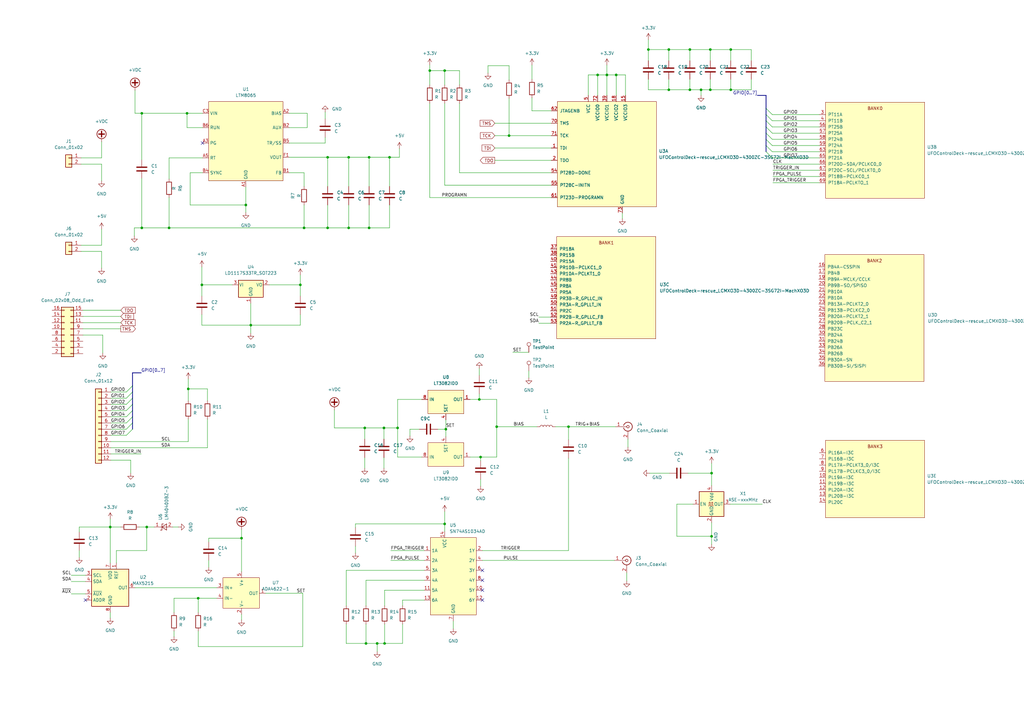
<source format=kicad_sch>
(kicad_sch (version 20211123) (generator eeschema)
  (paper "A3")
  (junction (at 151.384 64.516))
  (junction (at 291.846 194.056))
  (junction (at 124.714 93.472))
  (junction (at 134.366 64.516))
  (junction (at 299.72 36.83))
  (junction (at 176.276 28.956))
  (junction (at 100.838 84.074))
  (junction (at 159.766 64.516))
  (junction (at 157.48 175.514))
  (junction (at 69.342 93.472))
  (junction (at 102.87 133.35))
  (junction (at 248.92 30.734))
  (junction (at 274.32 20.32))
  (junction (at 77.216 159.512))
  (junction (at 182.88 176.022))
  (junction (at 182.372 214.884))
  (junction (at 197.104 187.452))
  (junction (at 291.338 20.32))
  (junction (at 265.938 20.32))
  (junction (at 58.166 46.482))
  (junction (at 287.528 36.83))
  (junction (at 291.338 36.83))
  (junction (at 196.596 163.83))
  (junction (at 154.686 263.906))
  (junction (at 60.198 216.154))
  (junction (at 45.212 216.154))
  (junction (at 299.72 20.32))
  (junction (at 208.788 55.626))
  (junction (at 233.172 175.006))
  (junction (at 58.166 93.472))
  (junction (at 81.28 245.364))
  (junction (at 182.372 28.956))
  (junction (at 82.804 116.84))
  (junction (at 274.32 36.83))
  (junction (at 143.002 64.516))
  (junction (at 123.19 116.84))
  (junction (at 282.956 36.83))
  (junction (at 150.114 263.906))
  (junction (at 99.06 220.726))
  (junction (at 163.068 175.514))
  (junction (at 157.734 263.906))
  (junction (at 143.002 93.472))
  (junction (at 291.846 219.964))
  (junction (at 134.366 93.472))
  (junction (at 151.384 93.472))
  (junction (at 282.956 20.32))
  (junction (at 76.708 46.482))
  (junction (at 252.73 30.734))
  (junction (at 149.606 175.514))
  (junction (at 245.11 30.734))
  (junction (at 203.708 175.006))
  (no_connect (at 197.866 233.934))
  (no_connect (at 197.866 246.126))
  (no_connect (at 197.866 242.062))
  (no_connect (at 197.866 237.998))
  (no_connect (at 83.058 58.674))
  (no_connect (at 35.052 246.126))
  (bus_entry (at 54.356 158.242) (size -2.54 2.54))
  (bus_entry (at 54.356 168.402) (size -2.54 2.54))
  (bus_entry (at 314.198 46.99) (size 2.54 2.54))
  (bus_entry (at 314.198 59.69) (size 2.54 2.54))
  (bus_entry (at 314.198 52.07) (size 2.54 2.54))
  (bus_entry (at 314.198 62.23) (size 2.54 2.54))
  (bus_entry (at 54.356 160.782) (size -2.54 2.54))
  (bus_entry (at 54.356 165.862) (size -2.54 2.54))
  (bus_entry (at 54.356 170.942) (size -2.54 2.54))
  (bus_entry (at 314.198 44.45) (size 2.54 2.54))
  (bus_entry (at 314.198 49.53) (size 2.54 2.54))
  (bus_entry (at 54.356 163.322) (size -2.54 2.54))
  (bus_entry (at 54.356 173.482) (size -2.54 2.54))
  (bus_entry (at 314.198 54.61) (size 2.54 2.54))
  (bus_entry (at 314.198 57.15) (size 2.54 2.54))
  (bus_entry (at 54.356 176.022) (size -2.54 2.54))
  (wire (pts (xy 299.466 206.756) (xy 312.674 206.756)))
  (wire (pts (xy 151.384 64.516) (xy 151.384 76.454)))
  (bus (pts (xy 54.356 165.862) (xy 54.356 163.322)))
  (wire (pts (xy 34.036 127.254) (xy 49.53 127.254)))
  (wire (pts (xy 197.104 199.39) (xy 197.104 196.596)))
  (wire (pts (xy 145.796 216.408) (xy 145.796 214.884)))
  (wire (pts (xy 218.186 40.132) (xy 218.186 45.466)))
  (wire (pts (xy 220.98 130.048) (xy 225.806 130.048)))
  (wire (pts (xy 282.194 194.056) (xy 291.846 194.056)))
  (wire (pts (xy 192.786 163.83) (xy 196.596 163.83)))
  (wire (pts (xy 216.916 154.94) (xy 216.916 152.146)))
  (wire (pts (xy 134.366 84.074) (xy 134.366 93.472)))
  (wire (pts (xy 196.596 151.13) (xy 196.596 153.924)))
  (wire (pts (xy 77.978 70.866) (xy 77.978 84.074)))
  (wire (pts (xy 60.198 216.154) (xy 60.198 225.806)))
  (wire (pts (xy 118.618 58.674) (xy 133.35 58.674)))
  (bus (pts (xy 314.198 52.07) (xy 314.198 49.53)))
  (wire (pts (xy 257.048 234.95) (xy 257.048 238.252)))
  (wire (pts (xy 41.656 103.124) (xy 41.656 109.982)))
  (wire (pts (xy 102.87 133.35) (xy 123.19 133.35)))
  (wire (pts (xy 100.838 84.074) (xy 100.838 87.122)))
  (wire (pts (xy 316.738 54.61) (xy 336.042 54.61)))
  (wire (pts (xy 143.002 64.516) (xy 134.366 64.516)))
  (wire (pts (xy 149.606 180.086) (xy 149.606 175.514)))
  (wire (pts (xy 85.598 232.664) (xy 85.598 229.87)))
  (wire (pts (xy 124.714 70.866) (xy 124.714 76.454)))
  (wire (pts (xy 141.986 263.906) (xy 150.114 263.906)))
  (wire (pts (xy 163.83 64.516) (xy 163.83 60.96)))
  (wire (pts (xy 55.372 46.482) (xy 58.166 46.482)))
  (wire (pts (xy 173.99 242.062) (xy 157.734 242.062)))
  (wire (pts (xy 123.19 116.84) (xy 110.49 116.84)))
  (wire (pts (xy 163.068 187.452) (xy 163.068 175.514)))
  (wire (pts (xy 99.06 217.17) (xy 99.06 220.726)))
  (wire (pts (xy 45.212 251.206) (xy 45.212 253.492)))
  (wire (pts (xy 151.384 64.516) (xy 143.002 64.516)))
  (wire (pts (xy 149.606 192.024) (xy 149.606 187.706)))
  (wire (pts (xy 182.372 75.946) (xy 226.06 75.946)))
  (wire (pts (xy 82.804 133.35) (xy 102.87 133.35)))
  (wire (pts (xy 257.556 180.086) (xy 257.556 183.388)))
  (bus (pts (xy 54.356 160.782) (xy 54.356 158.242)))
  (wire (pts (xy 45.466 176.022) (xy 51.816 176.022)))
  (wire (pts (xy 316.992 67.31) (xy 336.042 67.31)))
  (wire (pts (xy 255.27 87.376) (xy 255.27 89.662)))
  (bus (pts (xy 54.356 176.022) (xy 54.356 173.482)))
  (wire (pts (xy 299.72 36.83) (xy 308.102 36.83)))
  (wire (pts (xy 245.11 30.734) (xy 248.92 30.734)))
  (wire (pts (xy 133.35 58.674) (xy 133.35 56.388)))
  (wire (pts (xy 32.512 228.6) (xy 32.512 225.806)))
  (wire (pts (xy 176.276 34.798) (xy 176.276 28.956)))
  (wire (pts (xy 203.708 175.006) (xy 220.218 175.006)))
  (wire (pts (xy 203.708 163.83) (xy 203.708 175.006)))
  (wire (pts (xy 55.372 46.482) (xy 55.372 37.084)))
  (wire (pts (xy 185.928 254.762) (xy 185.928 257.81)))
  (wire (pts (xy 256.54 39.116) (xy 256.54 30.734)))
  (wire (pts (xy 291.846 194.056) (xy 291.846 199.136)))
  (wire (pts (xy 197.104 187.452) (xy 203.708 187.452)))
  (wire (pts (xy 252.73 30.734) (xy 248.92 30.734)))
  (wire (pts (xy 265.938 36.83) (xy 265.938 32.512)))
  (wire (pts (xy 77.216 181.102) (xy 77.216 171.958)))
  (wire (pts (xy 41.656 103.124) (xy 33.274 103.124)))
  (wire (pts (xy 210.312 144.526) (xy 216.916 144.526)))
  (wire (pts (xy 316.992 74.93) (xy 336.042 74.93)))
  (wire (pts (xy 265.938 20.32) (xy 265.938 16.256)))
  (wire (pts (xy 45.466 163.322) (xy 51.816 163.322)))
  (wire (pts (xy 83.058 64.77) (xy 69.342 64.77)))
  (wire (pts (xy 245.11 30.734) (xy 245.11 39.116)))
  (wire (pts (xy 55.372 241.046) (xy 88.9 241.046)))
  (wire (pts (xy 29.21 238.506) (xy 35.052 238.506)))
  (wire (pts (xy 265.938 24.892) (xy 265.938 20.32)))
  (wire (pts (xy 145.796 226.822) (xy 145.796 224.028)))
  (wire (pts (xy 45.466 160.782) (xy 51.816 160.782)))
  (wire (pts (xy 76.708 52.324) (xy 76.708 46.482)))
  (wire (pts (xy 241.3 30.734) (xy 245.11 30.734)))
  (wire (pts (xy 265.938 36.83) (xy 274.32 36.83)))
  (wire (pts (xy 77.216 159.512) (xy 85.09 159.512)))
  (wire (pts (xy 82.804 109.474) (xy 82.804 116.84)))
  (wire (pts (xy 173.99 246.126) (xy 165.1 246.126)))
  (bus (pts (xy 314.198 44.45) (xy 314.198 39.116)))
  (wire (pts (xy 163.068 175.514) (xy 163.068 163.83)))
  (wire (pts (xy 165.1 263.906) (xy 165.1 256.032)))
  (bus (pts (xy 57.912 152.908) (xy 54.356 152.908)))
  (wire (pts (xy 58.166 93.472) (xy 69.342 93.472)))
  (wire (pts (xy 102.87 124.46) (xy 102.87 133.35)))
  (wire (pts (xy 220.98 132.588) (xy 225.806 132.588)))
  (wire (pts (xy 226.06 70.866) (xy 188.468 70.866)))
  (wire (pts (xy 188.468 42.418) (xy 188.468 70.866)))
  (bus (pts (xy 314.198 49.53) (xy 314.198 46.99)))
  (wire (pts (xy 202.946 60.706) (xy 226.06 60.706)))
  (wire (pts (xy 277.622 219.964) (xy 277.622 206.756)))
  (wire (pts (xy 208.788 40.386) (xy 208.788 55.626)))
  (wire (pts (xy 83.058 52.324) (xy 76.708 52.324)))
  (wire (pts (xy 316.992 69.85) (xy 336.042 69.85)))
  (wire (pts (xy 287.528 36.83) (xy 291.338 36.83)))
  (wire (pts (xy 45.466 181.102) (xy 77.216 181.102)))
  (wire (pts (xy 45.466 188.722) (xy 53.594 188.722)))
  (wire (pts (xy 202.946 50.546) (xy 226.06 50.546)))
  (wire (pts (xy 197.104 188.976) (xy 197.104 187.452)))
  (wire (pts (xy 123.19 133.35) (xy 123.19 129.032)))
  (wire (pts (xy 71.374 245.364) (xy 81.28 245.364)))
  (wire (pts (xy 125.984 46.482) (xy 118.618 46.482)))
  (wire (pts (xy 176.276 28.956) (xy 176.276 26.67)))
  (wire (pts (xy 282.956 20.32) (xy 291.338 20.32)))
  (wire (pts (xy 233.172 175.006) (xy 252.476 175.006)))
  (wire (pts (xy 29.21 243.586) (xy 35.052 243.586)))
  (wire (pts (xy 291.846 219.964) (xy 277.622 219.964)))
  (wire (pts (xy 33.274 100.584) (xy 41.656 100.584)))
  (wire (pts (xy 45.466 178.562) (xy 51.816 178.562)))
  (wire (pts (xy 252.73 30.734) (xy 252.73 39.116)))
  (wire (pts (xy 287.528 36.83) (xy 287.528 39.116)))
  (wire (pts (xy 141.986 256.032) (xy 141.986 263.906)))
  (wire (pts (xy 274.32 20.32) (xy 282.956 20.32)))
  (bus (pts (xy 54.356 163.322) (xy 54.356 160.782)))
  (wire (pts (xy 163.068 175.514) (xy 157.48 175.514)))
  (wire (pts (xy 233.172 175.006) (xy 233.172 180.34)))
  (wire (pts (xy 55.118 93.472) (xy 58.166 93.472)))
  (wire (pts (xy 85.09 171.958) (xy 85.09 183.642)))
  (wire (pts (xy 299.72 36.83) (xy 299.72 32.512)))
  (wire (pts (xy 83.058 70.866) (xy 77.978 70.866)))
  (wire (pts (xy 77.216 155.448) (xy 77.216 159.512)))
  (wire (pts (xy 241.3 39.116) (xy 241.3 30.734)))
  (wire (pts (xy 188.468 34.798) (xy 188.468 28.956)))
  (wire (pts (xy 70.866 216.154) (xy 73.152 216.154)))
  (wire (pts (xy 248.92 30.734) (xy 248.92 39.116)))
  (wire (pts (xy 159.766 93.472) (xy 159.766 84.074)))
  (wire (pts (xy 45.212 216.154) (xy 49.53 216.154)))
  (wire (pts (xy 85.598 220.726) (xy 99.06 220.726)))
  (wire (pts (xy 172.974 187.452) (xy 163.068 187.452)))
  (wire (pts (xy 137.16 168.148) (xy 137.16 175.514)))
  (wire (pts (xy 133.35 45.974) (xy 133.35 48.768)))
  (wire (pts (xy 316.738 46.99) (xy 336.042 46.99)))
  (wire (pts (xy 274.32 36.83) (xy 274.32 32.512)))
  (wire (pts (xy 82.804 116.84) (xy 82.804 121.412)))
  (wire (pts (xy 143.002 84.074) (xy 143.002 93.472)))
  (bus (pts (xy 314.198 62.23) (xy 314.198 59.69)))
  (wire (pts (xy 34.036 137.414) (xy 42.164 137.414)))
  (wire (pts (xy 163.068 163.83) (xy 172.974 163.83)))
  (wire (pts (xy 291.846 214.376) (xy 291.846 219.964)))
  (wire (pts (xy 157.734 242.062) (xy 157.734 248.412)))
  (wire (pts (xy 45.466 173.482) (xy 51.816 173.482)))
  (wire (pts (xy 58.166 46.482) (xy 58.166 65.532)))
  (wire (pts (xy 316.738 57.15) (xy 336.042 57.15)))
  (wire (pts (xy 165.1 246.126) (xy 165.1 248.412)))
  (wire (pts (xy 34.036 134.874) (xy 49.53 134.874)))
  (wire (pts (xy 145.796 214.884) (xy 182.372 214.884)))
  (wire (pts (xy 41.656 58.166) (xy 41.656 64.77)))
  (wire (pts (xy 233.172 225.806) (xy 233.172 187.96)))
  (wire (pts (xy 123.19 121.412) (xy 123.19 116.84)))
  (wire (pts (xy 256.54 30.734) (xy 252.73 30.734)))
  (wire (pts (xy 299.72 20.32) (xy 308.102 20.32)))
  (wire (pts (xy 71.374 258.826) (xy 71.374 261.112)))
  (wire (pts (xy 208.788 26.924) (xy 200.152 26.924)))
  (wire (pts (xy 282.956 24.892) (xy 282.956 20.32)))
  (wire (pts (xy 168.148 176.022) (xy 171.958 176.022)))
  (wire (pts (xy 124.714 84.074) (xy 124.714 93.472)))
  (wire (pts (xy 291.338 36.83) (xy 291.338 32.512)))
  (wire (pts (xy 291.338 20.32) (xy 299.72 20.32)))
  (bus (pts (xy 310.642 39.116) (xy 314.198 39.116)))
  (wire (pts (xy 34.036 129.794) (xy 49.53 129.794)))
  (wire (pts (xy 188.468 28.956) (xy 182.372 28.956)))
  (wire (pts (xy 154.686 263.906) (xy 157.734 263.906)))
  (wire (pts (xy 124.206 265.176) (xy 81.28 265.176)))
  (wire (pts (xy 124.206 243.332) (xy 124.206 265.176)))
  (wire (pts (xy 274.32 36.83) (xy 282.956 36.83)))
  (wire (pts (xy 55.118 96.774) (xy 55.118 93.472)))
  (wire (pts (xy 85.09 159.512) (xy 85.09 164.338)))
  (wire (pts (xy 157.734 263.906) (xy 165.1 263.906)))
  (wire (pts (xy 95.25 116.84) (xy 82.804 116.84)))
  (wire (pts (xy 125.984 52.324) (xy 125.984 46.482)))
  (wire (pts (xy 77.978 84.074) (xy 100.838 84.074)))
  (wire (pts (xy 291.338 24.892) (xy 291.338 20.32)))
  (wire (pts (xy 99.06 251.968) (xy 99.06 254.254)))
  (wire (pts (xy 58.166 46.482) (xy 76.708 46.482)))
  (wire (pts (xy 108.966 243.332) (xy 124.206 243.332)))
  (wire (pts (xy 316.992 72.39) (xy 336.042 72.39)))
  (bus (pts (xy 314.198 54.61) (xy 314.198 52.07)))
  (wire (pts (xy 34.036 132.334) (xy 49.53 132.334)))
  (wire (pts (xy 150.114 248.412) (xy 150.114 237.998)))
  (wire (pts (xy 308.102 24.892) (xy 308.102 20.32)))
  (wire (pts (xy 159.766 76.454) (xy 159.766 64.516)))
  (wire (pts (xy 168.148 178.816) (xy 168.148 176.022)))
  (wire (pts (xy 176.276 81.026) (xy 176.276 42.418)))
  (bus (pts (xy 314.198 59.69) (xy 314.198 57.15)))
  (wire (pts (xy 208.788 32.766) (xy 208.788 26.924)))
  (wire (pts (xy 33.274 64.77) (xy 41.656 64.77)))
  (wire (pts (xy 159.766 64.516) (xy 151.384 64.516)))
  (wire (pts (xy 60.198 216.154) (xy 63.246 216.154)))
  (wire (pts (xy 58.166 73.152) (xy 58.166 93.472)))
  (wire (pts (xy 47.752 225.806) (xy 60.198 225.806)))
  (wire (pts (xy 202.946 65.786) (xy 226.06 65.786)))
  (wire (pts (xy 182.372 42.418) (xy 182.372 75.946)))
  (wire (pts (xy 151.384 84.074) (xy 151.384 93.472)))
  (wire (pts (xy 57.15 216.154) (xy 60.198 216.154)))
  (wire (pts (xy 291.338 36.83) (xy 299.72 36.83)))
  (wire (pts (xy 227.838 175.006) (xy 233.172 175.006)))
  (wire (pts (xy 274.32 24.892) (xy 274.32 20.32)))
  (wire (pts (xy 134.366 64.516) (xy 134.366 76.454)))
  (wire (pts (xy 182.88 176.022) (xy 182.88 179.07)))
  (wire (pts (xy 150.114 256.032) (xy 150.114 263.906)))
  (wire (pts (xy 45.466 168.402) (xy 51.816 168.402)))
  (wire (pts (xy 282.956 36.83) (xy 287.528 36.83)))
  (wire (pts (xy 308.102 36.83) (xy 308.102 32.512)))
  (wire (pts (xy 157.48 192.024) (xy 157.48 187.706)))
  (wire (pts (xy 282.956 36.83) (xy 282.956 32.512)))
  (wire (pts (xy 154.686 263.906) (xy 154.686 267.208)))
  (wire (pts (xy 42.164 137.414) (xy 42.164 144.78)))
  (wire (pts (xy 203.708 175.006) (xy 203.708 187.452)))
  (wire (pts (xy 200.152 26.924) (xy 200.152 29.972)))
  (wire (pts (xy 41.656 93.98) (xy 41.656 100.584)))
  (wire (pts (xy 284.226 206.756) (xy 277.622 206.756)))
  (wire (pts (xy 69.342 81.026) (xy 69.342 93.472)))
  (wire (pts (xy 291.846 189.992) (xy 291.846 194.056)))
  (wire (pts (xy 85.598 222.25) (xy 85.598 220.726)))
  (wire (pts (xy 316.738 49.53) (xy 336.042 49.53)))
  (wire (pts (xy 266.446 194.056) (xy 274.574 194.056)))
  (wire (pts (xy 69.342 64.77) (xy 69.342 73.406)))
  (wire (pts (xy 248.92 30.734) (xy 248.92 26.67)))
  (wire (pts (xy 151.384 93.472) (xy 159.766 93.472)))
  (wire (pts (xy 99.06 220.726) (xy 99.06 234.442)))
  (wire (pts (xy 182.372 209.804) (xy 182.372 214.884)))
  (bus (pts (xy 54.356 158.242) (xy 54.356 152.908)))
  (wire (pts (xy 141.986 233.934) (xy 141.986 248.412)))
  (wire (pts (xy 160.274 225.806) (xy 173.99 225.806)))
  (wire (pts (xy 81.28 251.206) (xy 81.28 245.364)))
  (wire (pts (xy 197.866 229.87) (xy 251.968 229.87)))
  (wire (pts (xy 182.88 172.212) (xy 182.88 176.022)))
  (wire (pts (xy 196.596 163.83) (xy 203.708 163.83)))
  (wire (pts (xy 100.838 84.074) (xy 100.838 76.708)))
  (wire (pts (xy 157.48 180.086) (xy 157.48 175.514)))
  (wire (pts (xy 134.366 93.472) (xy 143.002 93.472)))
  (wire (pts (xy 102.87 136.652) (xy 102.87 133.35)))
  (bus (pts (xy 314.198 46.99) (xy 314.198 44.45)))
  (wire (pts (xy 71.374 251.206) (xy 71.374 245.364)))
  (bus (pts (xy 314.198 57.15) (xy 314.198 54.61)))
  (wire (pts (xy 123.19 112.776) (xy 123.19 116.84)))
  (wire (pts (xy 176.276 28.956) (xy 182.372 28.956)))
  (wire (pts (xy 150.114 263.906) (xy 154.686 263.906)))
  (wire (pts (xy 143.002 64.516) (xy 143.002 76.454)))
  (wire (pts (xy 179.578 176.022) (xy 182.88 176.022)))
  (wire (pts (xy 124.714 93.472) (xy 134.366 93.472)))
  (wire (pts (xy 45.212 216.154) (xy 45.212 230.886)))
  (wire (pts (xy 182.372 214.884) (xy 182.372 217.932)))
  (wire (pts (xy 218.186 45.466) (xy 226.06 45.466)))
  (wire (pts (xy 69.342 93.472) (xy 124.714 93.472)))
  (wire (pts (xy 316.738 52.07) (xy 336.042 52.07)))
  (wire (pts (xy 47.752 230.886) (xy 47.752 225.806)))
  (wire (pts (xy 226.06 81.026) (xy 176.276 81.026)))
  (bus (pts (xy 54.356 168.402) (xy 54.356 165.862)))
  (wire (pts (xy 77.216 159.512) (xy 77.216 164.338)))
  (wire (pts (xy 41.656 67.31) (xy 33.274 67.31)))
  (wire (pts (xy 82.804 129.032) (xy 82.804 133.35)))
  (wire (pts (xy 149.606 175.514) (xy 137.16 175.514)))
  (wire (pts (xy 143.002 93.472) (xy 151.384 93.472)))
  (wire (pts (xy 29.21 235.966) (xy 35.052 235.966)))
  (wire (pts (xy 182.372 28.956) (xy 182.372 34.798)))
  (wire (pts (xy 45.212 212.852) (xy 45.212 216.154)))
  (wire (pts (xy 197.866 225.806) (xy 233.172 225.806)))
  (wire (pts (xy 299.72 24.892) (xy 299.72 20.32)))
  (wire (pts (xy 76.708 46.482) (xy 83.058 46.482)))
  (wire (pts (xy 192.786 187.452) (xy 197.104 187.452)))
  (wire (pts (xy 160.274 229.87) (xy 173.99 229.87)))
  (wire (pts (xy 45.466 186.182) (xy 57.912 186.182)))
  (wire (pts (xy 118.618 64.516) (xy 134.366 64.516)))
  (wire (pts (xy 316.738 59.69) (xy 336.042 59.69)))
  (wire (pts (xy 45.466 170.942) (xy 51.816 170.942)))
  (wire (pts (xy 208.788 55.626) (xy 226.06 55.626)))
  (wire (pts (xy 159.766 64.516) (xy 163.83 64.516)))
  (wire (pts (xy 316.738 64.77) (xy 336.042 64.77)))
  (wire (pts (xy 32.512 218.186) (xy 32.512 216.154)))
  (wire (pts (xy 41.656 67.31) (xy 41.656 74.168)))
  (wire (pts (xy 291.846 219.964) (xy 291.846 223.266)))
  (wire (pts (xy 81.28 245.364) (xy 88.9 245.364)))
  (wire (pts (xy 45.466 183.642) (xy 85.09 183.642)))
  (wire (pts (xy 157.734 256.032) (xy 157.734 263.906)))
  (wire (pts (xy 81.28 265.176) (xy 81.28 258.826)))
  (wire (pts (xy 157.48 175.514) (xy 149.606 175.514)))
  (wire (pts (xy 118.618 70.866) (xy 124.714 70.866)))
  (wire (pts (xy 150.114 237.998) (xy 173.99 237.998)))
  (wire (pts (xy 53.594 188.722) (xy 53.594 194.056)))
  (wire (pts (xy 218.186 26.67) (xy 218.186 32.512)))
  (wire (pts (xy 118.618 52.324) (xy 125.984 52.324)))
  (wire (pts (xy 265.938 20.32) (xy 274.32 20.32)))
  (wire (pts (xy 316.738 62.23) (xy 336.042 62.23)))
  (wire (pts (xy 45.466 165.862) (xy 51.816 165.862)))
  (bus (pts (xy 54.356 170.942) (xy 54.356 168.402)))
  (wire (pts (xy 32.512 216.154) (xy 45.212 216.154)))
  (bus (pts (xy 54.356 173.482) (xy 54.356 170.942)))
  (wire (pts (xy 173.99 233.934) (xy 141.986 233.934)))
  (wire (pts (xy 202.946 55.626) (xy 208.788 55.626)))
  (wire (pts (xy 196.596 163.83) (xy 196.596 161.544)))
  (label "GPIO7" (at 51.308 178.562 180))
  (label "CLK" (at 312.674 206.756 0))
  (label "GPIO3" (at 51.308 168.402 180))
  (label "SET" (at 121.666 243.332 0))
  (label "TRIG+BIAS" (at 235.966 175.006 0))
  (label "GPIO1" (at 51.308 163.322 180))
  (label "SDA" (at 69.85 183.642 180))
  (label "SDA" (at 220.98 132.588 180))
  (label "PULSE" (at 212.598 229.87 180))
  (label "BIAS" (at 210.566 175.006 0))
  (label "TRIGGER_IN" (at 316.992 69.85 0))
  (label "SET" (at 182.88 175.514 0))
  (label "GPIO5" (at 327.152 59.69 180))
  (label "FPGA_TRIGGER" (at 316.992 74.93 0))
  (label "TRIGGER" (at 213.36 225.806 180))
  (label "PROGRAMN" (at 181.102 81.026 0))
  (label "SCL" (at 69.85 181.102 180))
  (label "GPIO7" (at 327.152 64.77 180))
  (label "GPIO2" (at 327.152 52.07 180))
  (label "GPIO0" (at 51.308 160.782 180))
  (label "GPIO6" (at 51.308 176.022 180))
  (label "GPIO5" (at 51.308 173.482 180))
  (label "GPIO0" (at 327.152 46.99 180))
  (label "GPIO[0..7]" (at 57.912 152.908 0))
  (label "SCL" (at 29.21 235.966 180))
  (label "GPIO[0..7]" (at 310.642 39.116 180))
  (label "GPIO4" (at 327.152 57.15 180))
  (label "FPGA_PULSE" (at 316.992 72.39 0))
  (label "~{AUX}" (at 29.21 243.586 180))
  (label "SCL" (at 220.98 130.048 180))
  (label "CLK" (at 316.992 67.31 0))
  (label "SET" (at 210.312 144.526 0))
  (label "FPGA_PULSE" (at 160.274 229.87 0))
  (label "GPIO1" (at 327.152 49.53 180))
  (label "TRIGGER_IN" (at 57.912 186.182 180))
  (label "GPIO2" (at 51.308 165.862 180))
  (label "GPIO3" (at 327.152 54.61 180))
  (label "GPIO6" (at 327.152 62.23 180))
  (label "FPGA_TRIGGER" (at 160.274 225.806 0))
  (label "SDA" (at 29.21 238.506 180))
  (label "GPIO4" (at 51.308 170.942 180))
  (global_label "TCK" (shape input) (at 202.946 55.626 180) (property "Intersheet References" "${INTERSHEET_REFS}" (effects hide)))
  (global_label "TDO" (shape input) (at 49.53 127.254 0) (property "Intersheet References" "${INTERSHEET_REFS}" (effects hide)))
  (global_label "TMS" (shape output) (at 49.53 134.874 0) (property "Intersheet References" "${INTERSHEET_REFS}" (effects hide)))
  (global_label "TMS" (shape input) (at 202.946 50.546 180) (property "Intersheet References" "${INTERSHEET_REFS}" (effects hide)))
  (global_label "TDI" (shape input) (at 49.53 129.794 0) (property "Intersheet References" "${INTERSHEET_REFS}" (effects hide)))
  (global_label "TDI" (shape input) (at 202.946 60.706 180) (property "Intersheet References" "${INTERSHEET_REFS}" (effects hide)))
  (global_label "TCK" (shape input) (at 49.53 132.334 0) (property "Intersheet References" "${INTERSHEET_REFS}" (effects hide)))
  (global_label "TDO" (shape output) (at 202.946 65.786 180) (property "Intersheet References" "${INTERSHEET_REFS}" (effects hide)))
  (symbol (lib_id "Sussex:SN74AS1034AD") (at 185.928 245.364 0) (unit 1)
    (property "Reference" "U5" (at 184.3914 215.392 0) (effects (justify left)))
    (property "Value" "SN74AS1034AD" (at 184.3914 217.932 0) (effects (justify left)))
    (property "Footprint" "Package_SO:SOIC-14_3.9x8.7mm_P1.27mm" (effects hide))
    (property "Datasheet" "https://www.ti.com/lit/ds/symlink/sn74as1034a.pdf?HQS=dis-dk-null-digikeymode-dsf-pf-null-wwe&ts=1663259617134&ref_url=https%253A%252F%252Fwww.ti.com%252Fgeneral%252Fdocs%252Fsuppproductinfo.tsp%253FdistId%253D10%2526gotoUrl%253Dhttps%253A%252F%252Fwww.ti.com%252Flit%252Fgpn%252Fsn74as1034a" (effects hide))
  )
  (symbol (lib_id "power:GND") (at 291.846 223.266 0) (unit 1)
    (property "Reference" "#PWR041" (effects hide))
    (property "Value" "GND" (at 293.624 222.25 90) (effects (justify left)))
  )
  (symbol (lib_id "power:+3.3V") (at 265.938 16.256 0) (unit 1)
    (property "Reference" "#PWR037" (effects hide))
    (property "Value" "+3.3V" (at 265.938 11.43 0))
  )
  (symbol (lib_id "power:GND") (at 196.596 151.13 180) (unit 1)
    (property "Reference" "#PWR029" (effects hide))
    (property "Value" "GND" (at 196.596 146.05 0))
  )
  (symbol (lib_id "Device:L") (at 224.028 175.006 90) (unit 1)
    (property "Reference" "L1" (at 224.028 168.656 90))
    (property "Value" "L" (at 224.028 171.196 90))
    (property "Footprint" "Inductor_SMD:L_Taiyo-Yuden_NR-40xx_HandSoldering" (effects hide))
  )
  (symbol (lib_id "power:+5V") (at 182.372 209.804 0) (unit 1)
    (property "Reference" "#PWR016" (effects hide))
    (property "Value" "+5V" (at 182.372 204.47 0))
  )
  (symbol (lib_id "power:+3.3V") (at 248.92 26.67 0) (unit 1)
    (property "Reference" "#PWR04" (effects hide))
    (property "Value" "+3.3V" (at 248.92 21.844 0))
  )
  (symbol (lib_id "power:+3.3V") (at 218.186 26.67 0) (unit 1)
    (property "Reference" "#PWR03" (effects hide))
    (property "Value" "+3.3V" (at 218.186 21.844 0))
  )
  (symbol (lib_id "Device:R") (at 208.788 36.576 0) (unit 1)
    (property "Reference" "R4" (at 210.82 35.3059 0) (effects (justify left)))
    (property "Value" "R" (at 210.82 37.8459 0) (effects (justify left)))
    (property "Footprint" "Resistor_SMD:R_0603_1608Metric_Pad0.98x0.95mm_HandSolder" (effects hide))
  )
  (symbol (lib_id "Device:R") (at 124.714 80.264 180) (unit 1)
    (property "Reference" "R7" (at 120.142 80.264 90))
    (property "Value" "R" (at 122.682 80.264 90))
    (property "Footprint" "Resistor_SMD:R_0603_1608Metric_Pad0.98x0.95mm_HandSolder" (effects hide))
  )
  (symbol (lib_id "Device:C") (at 58.166 69.342 0) (unit 1)
    (property "Reference" "C1" (at 61.976 68.0719 0) (effects (justify left)))
    (property "Value" "C" (at 61.976 70.6119 0) (effects (justify left)))
    (property "Footprint" "Capacitor_SMD:C_0603_1608Metric_Pad1.08x0.95mm_HandSolder" (effects hide))
  )
  (symbol (lib_id "power:GND") (at 73.152 216.154 90) (unit 1)
    (property "Reference" "#PWR023" (effects hide))
    (property "Value" "GND" (at 78.232 216.154 0))
  )
  (symbol (lib_id "Device:C") (at 196.596 157.734 0) (unit 1)
    (property "Reference" "C11" (at 200.406 156.4639 0) (effects (justify left)))
    (property "Value" "C" (at 200.406 159.0039 0) (effects (justify left)))
    (property "Footprint" "Capacitor_SMD:C_0603_1608Metric_Pad1.08x0.95mm_HandSolder" (effects hide))
  )
  (symbol (lib_id "power:+VDC") (at 137.16 168.148 0) (unit 1)
    (property "Reference" "#PWR026" (effects hide))
    (property "Value" "+VDC" (at 137.16 159.766 0))
  )
  (symbol (lib_id "Device:C") (at 175.768 176.022 90) (unit 1)
    (property "Reference" "C9" (at 173.736 171.704 90))
    (property "Value" "C" (at 175.768 171.704 90))
    (property "Footprint" "Capacitor_SMD:C_0603_1608Metric_Pad1.08x0.95mm_HandSolder" (effects hide))
  )
  (symbol (lib_id "Device:C") (at 278.384 194.056 90) (unit 1)
    (property "Reference" "C24" (at 278.384 186.182 90))
    (property "Value" "C" (at 278.384 188.722 90))
    (property "Footprint" "Capacitor_SMD:C_0603_1608Metric_Pad1.08x0.95mm_HandSolder" (effects hide))
  )
  (symbol (lib_id "power:GND") (at 53.594 194.056 0) (unit 1)
    (property "Reference" "#PWR020" (effects hide))
    (property "Value" "GND" (at 53.594 199.136 0))
  )
  (symbol (lib_id "power:GND") (at 99.06 254.254 0) (unit 1)
    (property "Reference" "#PWR025" (effects hide))
    (property "Value" "GND" (at 99.06 259.334 0))
  )
  (symbol (lib_id "Oscillator:ASE-xxxMHz") (at 291.846 206.756 0) (unit 1)
    (property "Reference" "X1" (at 304.8 202.4253 0))
    (property "Value" "ASE-xxxMHz" (at 304.8 204.9653 0))
    (property "Footprint" "Oscillator:Oscillator_SMD_Abracon_ASE-4Pin_3.2x2.5mm" (effects hide))
    (property "Datasheet" "http://www.abracon.com/Oscillators/ASV.pdf" (effects hide))
  )
  (symbol (lib_id "power:GND") (at 45.212 253.492 0) (unit 1)
    (property "Reference" "#PWR013" (effects hide))
    (property "Value" "GND" (at 45.212 258.572 0))
  )
  (symbol (lib_id "power:GND") (at 71.374 261.112 0) (unit 1)
    (property "Reference" "#PWR022" (effects hide))
    (property "Value" "GND" (at 71.374 266.192 0))
  )
  (symbol (lib_id "Device:R") (at 176.276 38.608 0) (unit 1)
    (property "Reference" "R1" (at 178.308 37.3379 0) (effects (justify left)))
    (property "Value" "R" (at 178.308 39.8779 0) (effects (justify left)))
    (property "Footprint" "Resistor_SMD:R_0603_1608Metric_Pad0.98x0.95mm_HandSolder" (effects hide))
  )
  (symbol (lib_id "Device:C") (at 151.384 80.264 0) (unit 1)
    (property "Reference" "C7" (at 155.194 78.9939 0) (effects (justify left)))
    (property "Value" "C" (at 155.194 81.5339 0) (effects (justify left)))
    (property "Footprint" "Capacitor_SMD:C_0603_1608Metric_Pad1.08x0.95mm_HandSolder" (effects hide))
  )
  (symbol (lib_id "power:+3.3V") (at 291.846 189.992 0) (unit 1)
    (property "Reference" "#PWR040" (effects hide))
    (property "Value" "+3.3V" (at 291.846 185.166 0))
  )
  (symbol (lib_id "Device:C") (at 82.804 125.222 0) (unit 1)
    (property "Reference" "C2" (at 86.614 123.9519 0) (effects (justify left)))
    (property "Value" "C" (at 86.614 126.4919 0) (effects (justify left)))
    (property "Footprint" "Capacitor_SMD:C_0603_1608Metric_Pad1.08x0.95mm_HandSolder" (effects hide))
  )
  (symbol (lib_id "power:GND") (at 257.048 238.252 0) (unit 1)
    (property "Reference" "#PWR0101" (effects hide))
    (property "Value" "GND" (at 257.048 243.332 0))
  )
  (symbol (lib_id "power:GND") (at 266.446 194.056 270) (unit 1)
    (property "Reference" "#PWR039" (effects hide))
    (property "Value" "GND" (at 267.462 195.834 90) (effects (justify left)))
  )
  (symbol (lib_id "Connector:Conn_Coaxial") (at 257.556 175.006 0) (unit 1)
    (property "Reference" "J4" (at 261.112 174.0291 0) (effects (justify left)))
    (property "Value" "Conn_Coaxial" (at 261.112 176.5691 0) (effects (justify left)))
    (property "Footprint" "Connector_Coaxial:SMA_Molex_73251-2120_EdgeMount_Horizontal" (effects hide))
    (property "Datasheet" " ~" (effects hide))
  )
  (symbol (lib_id "Device:R") (at 157.734 252.222 0) (unit 1)
    (property "Reference" "R14" (at 159.766 250.9519 0) (effects (justify left)))
    (property "Value" "R" (at 159.766 253.4919 0) (effects (justify left)))
    (property "Footprint" "Resistor_SMD:R_0603_1608Metric_Pad0.98x0.95mm_HandSolder" (effects hide))
  )
  (symbol (lib_id "power:GND") (at 149.606 192.024 0) (unit 1)
    (property "Reference" "#PWR035" (effects hide))
    (property "Value" "GND" (at 149.606 197.104 0))
  )
  (symbol (lib_id "power:GND") (at 133.35 45.974 180) (unit 1)
    (property "Reference" "#PWR021" (effects hide))
    (property "Value" "GND" (at 136.144 44.7039 0) (effects (justify right)))
  )
  (symbol (lib_id "power:GND") (at 42.164 144.78 0) (unit 1)
    (property "Reference" "#PWR0103" (effects hide))
    (property "Value" "GND" (at 42.164 150.114 0))
  )
  (symbol (lib_id "Device:C") (at 308.102 28.702 0) (unit 1)
    (property "Reference" "C23" (at 311.912 27.4319 0) (effects (justify left)))
    (property "Value" "C" (at 311.912 29.9719 0) (effects (justify left)))
    (property "Footprint" "Capacitor_SMD:C_0603_1608Metric_Pad1.08x0.95mm_HandSolder" (effects hide))
  )
  (symbol (lib_id "power:GND") (at 100.838 87.122 0) (unit 1)
    (property "Reference" "#PWR031" (effects hide))
    (property "Value" "GND" (at 100.838 92.456 0))
  )
  (symbol (lib_id "power:GND") (at 255.27 89.662 0) (unit 1)
    (property "Reference" "#PWR05" (effects hide))
    (property "Value" "GND" (at 255.27 94.742 0))
  )
  (symbol (lib_id "Connector_Generic:Conn_01x02") (at 28.194 64.77 0) (mirror y) (unit 1)
    (property "Reference" "J1" (at 28.194 57.912 0))
    (property "Value" "Conn_01x02" (at 28.194 60.452 0))
    (property "Footprint" "Connector_PinHeader_2.54mm:PinHeader_1x02_P2.54mm_Vertical" (effects hide))
  )
  (symbol (lib_id "power:+5V") (at 41.656 93.98 0) (unit 1)
    (property "Reference" "#PWR0104" (effects hide))
    (property "Value" "+5V" (at 41.656 88.646 0))
  )
  (symbol (lib_id "Device:C") (at 145.796 220.218 0) (unit 1)
    (property "Reference" "C15" (at 149.606 218.9479 0) (effects (justify left)))
    (property "Value" "C" (at 149.606 221.4879 0) (effects (justify left)))
    (property "Footprint" "Capacitor_SMD:C_0603_1608Metric_Pad1.08x0.95mm_HandSolder" (effects hide))
  )
  (symbol (lib_id "Device:C") (at 143.002 80.264 0) (unit 1)
    (property "Reference" "C6" (at 146.812 78.9939 0) (effects (justify left)))
    (property "Value" "C" (at 146.812 81.5339 0) (effects (justify left)))
    (property "Footprint" "Capacitor_SMD:C_0603_1608Metric_Pad1.08x0.95mm_HandSolder" (effects hide))
  )
  (symbol (lib_id "Device:R") (at 218.186 36.322 0) (unit 1)
    (property "Reference" "R5" (at 220.218 35.0519 0) (effects (justify left)))
    (property "Value" "R" (at 220.218 37.5919 0) (effects (justify left)))
    (property "Footprint" "Resistor_SMD:R_0603_1608Metric_Pad0.98x0.95mm_HandSolder" (effects hide))
  )
  (symbol (lib_id "UFOControlDeck-cache:UFOControlDeck-rescue_LCMXO3D-4300ZC-3SG72I-MachXO3D") (at 358.902 193.294 0) (unit 5)
    (property "Reference" "U3" (at 380.238 195.1989 0) (effects (justify left)))
    (property "Value" "UFOControlDeck-rescue_LCMXO3D-4300ZC-3SG72I-MachXO3D" (at 380.238 197.7389 0) (effects (justify left)))
    (property "Footprint" "Package_DFN_QFN:QFN-72-1EP_10x10mm_P0.5mm_EP6x6mm_ThermalVias" (effects hide))
  )
  (symbol (lib_id "Regulator_Linear:LD1117S33TR_SOT223") (at 102.87 116.84 0) (unit 1)
    (property "Reference" "U4" (at 102.87 109.474 0))
    (property "Value" "LD1117S33TR_SOT223" (at 102.87 112.014 0))
    (property "Footprint" "Package_TO_SOT_SMD:SOT-223-3_TabPin2" (effects hide))
    (property "Datasheet" "http://www.st.com/st-web-ui/static/active/en/resource/technical/document/datasheet/CD00000544.pdf" (effects hide))
  )
  (symbol (lib_id "Analog_DAC:MAX5215") (at 45.212 241.046 0) (unit 1)
    (property "Reference" "U2" (at 58.674 236.7153 0))
    (property "Value" "MAX5215" (at 58.674 239.2553 0))
    (property "Footprint" "Package_SO:MSOP-8_3x3mm_P0.65mm" (effects hide))
    (property "Datasheet" "https://datasheets.maximintegrated.com/en/ds/MAX5215-MAX5217.pdf" (effects hide))
  )
  (symbol (lib_id "Device:C") (at 233.172 184.15 0) (unit 1)
    (property "Reference" "C10" (at 236.982 182.8799 0) (effects (justify left)))
    (property "Value" "C" (at 236.982 185.4199 0) (effects (justify left)))
    (property "Footprint" "Capacitor_SMD:C_0603_1608Metric_Pad1.08x0.95mm_HandSolder" (effects hide))
  )
  (symbol (lib_id "power:+VDC") (at 41.656 58.166 0) (unit 1)
    (property "Reference" "#PWR018" (effects hide))
    (property "Value" "+VDC" (at 41.656 49.784 0))
  )
  (symbol (lib_id "power:GND") (at 257.556 183.388 0) (unit 1)
    (property "Reference" "#PWR028" (effects hide))
    (property "Value" "GND" (at 257.556 188.468 0))
  )
  (symbol (lib_id "UFOControlDeck-cache:UFOControlDeck-rescue_LCMXO3D-4300ZC-3SG72I-MachXO3D") (at 248.666 109.728 0) (unit 3)
    (property "Reference" "U3" (at 270.51 116.7129 0) (effects (justify left)))
    (property "Value" "UFOControlDeck-rescue_LCMXO3D-4300ZC-3SG72I-MachXO3D" (at 270.51 119.2529 0) (effects (justify left)))
    (property "Footprint" "Package_DFN_QFN:QFN-72-1EP_10x10mm_P0.5mm_EP6x6mm_ThermalVias" (effects hide))
  )
  (symbol (lib_id "Connector:TestPoint") (at 216.916 144.526 0) (unit 1)
    (property "Reference" "TP1" (at 218.44 139.9539 0) (effects (justify left)))
    (property "Value" "TestPoint" (at 218.44 142.4939 0) (effects (justify left)))
    (property "Footprint" "TestPoint:TestPoint_Keystone_5015_Micro-Minature" (effects hide))
  )
  (symbol (lib_id "Reference_Voltage:LM4040DBZ-3") (at 67.056 216.154 180) (unit 1)
    (property "Reference" "U6" (at 65.7859 213.36 90) (effects (justify right)))
    (property "Value" "LM4040DBZ-3" (at 68.3259 213.36 90) (effects (justify right)))
    (property "Footprint" "Package_TO_SOT_SMD:SOT-23" (effects hide))
    (property "Datasheet" "http://www.ti.com/lit/ds/symlink/lm4040-n.pdf" (effects hide))
  )
  (symbol (lib_id "power:+5V") (at 163.83 60.96 0) (unit 1)
    (property "Reference" "#PWR011" (effects hide))
    (property "Value" "+5V" (at 163.83 55.626 0))
  )
  (symbol (lib_id "Device:R") (at 150.114 252.222 0) (unit 1)
    (property "Reference" "R13" (at 152.146 250.9519 0) (effects (justify left)))
    (property "Value" "R" (at 152.146 253.4919 0) (effects (justify left)))
    (property "Footprint" "Resistor_SMD:R_0603_1608Metric_Pad0.98x0.95mm_HandSolder" (effects hide))
  )
  (symbol (lib_id "power:GND") (at 41.656 109.982 0) (unit 1)
    (property "Reference" "#PWR0105" (effects hide))
    (property "Value" "GND" (at 41.656 115.316 0))
  )
  (symbol (lib_id "Device:C") (at 197.104 192.786 0) (unit 1)
    (property "Reference" "C12" (at 200.914 191.5159 0) (effects (justify left)))
    (property "Value" "C" (at 200.914 194.0559 0) (effects (justify left)))
    (property "Footprint" "Capacitor_SMD:C_0603_1608Metric_Pad1.08x0.95mm_HandSolder" (effects hide))
  )
  (symbol (lib_id "power:GND") (at 55.118 96.774 0) (unit 1)
    (property "Reference" "#PWR07" (effects hide))
    (property "Value" "GND" (at 55.118 102.108 0))
  )
  (symbol (lib_id "Sussex:LT3082IDD") (at 182.88 181.61 0) (mirror x) (unit 1)
    (property "Reference" "U9" (at 182.88 193.802 0))
    (property "Value" "LT3082IDD" (at 182.88 196.342 0))
    (property "Footprint" "Package_DFN_QFN:DFN-8-1EP_3x3mm_P0.5mm_EP1.65x2.38mm_ThermalVias" (effects hide))
    (property "Datasheet" "https://www.analog.com/media/en/technical-documentation/data-sheets/3082f.pdf" (effects hide))
  )
  (symbol (lib_id "power:GND") (at 168.148 178.816 0) (unit 1)
    (property "Reference" "#PWR027" (effects hide))
    (property "Value" "GND" (at 168.148 183.896 0))
  )
  (symbol (lib_id "Device:R") (at 53.34 216.154 90) (unit 1)
    (property "Reference" "R8" (at 53.34 210.058 90))
    (property "Value" "R" (at 53.34 212.598 90))
    (property "Footprint" "Resistor_SMD:R_0603_1608Metric_Pad0.98x0.95mm_HandSolder" (effects hide))
  )
  (symbol (lib_id "Device:R") (at 85.09 168.148 0) (unit 1)
    (property "Reference" "R11" (at 87.122 166.8779 0) (effects (justify left)))
    (property "Value" "R" (at 87.122 169.4179 0) (effects (justify left)))
    (property "Footprint" "Resistor_SMD:R_0603_1608Metric_Pad0.98x0.95mm_HandSolder" (effects hide))
  )
  (symbol (lib_id "Connector:Conn_Coaxial") (at 257.048 229.87 0) (unit 1)
    (property "Reference" "J3" (at 260.604 228.8931 0) (effects (justify left)))
    (property "Value" "Conn_Coaxial" (at 260.604 231.4331 0) (effects (justify left)))
    (property "Footprint" "Connector_Coaxial:SMA_Molex_73251-2120_EdgeMount_Horizontal" (effects hide))
    (property "Datasheet" " ~" (effects hide))
  )
  (symbol (lib_id "Device:R") (at 141.986 252.222 0) (unit 1)
    (property "Reference" "R12" (at 144.018 250.9519 0) (effects (justify left)))
    (property "Value" "R" (at 144.018 253.4919 0) (effects (justify left)))
    (property "Footprint" "Resistor_SMD:R_0603_1608Metric_Pad0.98x0.95mm_HandSolder" (effects hide))
  )
  (symbol (lib_id "power:GND") (at 41.656 74.168 0) (unit 1)
    (property "Reference" "#PWR019" (effects hide))
    (property "Value" "GND" (at 41.656 79.502 0))
  )
  (symbol (lib_id "power:+3.3V") (at 176.276 26.67 0) (unit 1)
    (property "Reference" "#PWR01" (effects hide))
    (property "Value" "+3.3V" (at 176.276 21.844 0))
  )
  (symbol (lib_id "power:GND") (at 216.916 154.94 0) (unit 1)
    (property "Reference" "#PWR0102" (effects hide))
    (property "Value" "GND" (at 216.916 160.02 0))
  )
  (symbol (lib_id "Sussex:ADA4622-1") (at 99.06 242.824 0) (unit 1)
    (property "Reference" "U7" (at 113.03 239.0013 0))
    (property "Value" "ADA4622-1" (at 113.03 241.5413 0))
    (property "Footprint" "Package_TO_SOT_SMD:SOT-23-5" (effects hide))
    (property "Datasheet" "https://www.analog.com/media/en/technical-documentation/data-sheets/ADA4622-1-4622-2-4622-4.pdf" (effects hide))
  )
  (symbol (lib_id "power:GND") (at 157.48 192.024 0) (unit 1)
    (property "Reference" "#PWR036" (effects hide))
    (property "Value" "GND" (at 157.48 197.104 0))
  )
  (symbol (lib_id "Sussex:LTM8065") (at 100.838 59.436 0) (unit 1)
    (property "Reference" "U1" (at 100.838 36.576 0))
    (property "Value" "LTM8065" (at 100.838 39.116 0))
    (property "Footprint" "MPS:BGA-36_6x6_6.25x6.25mm" (effects hide))
    (property "Datasheet" "https://www.analog.com/media/en/technical-documentation/data-sheets/ltm8065.pdf" (effects hide))
  )
  (symbol (lib_id "Device:C") (at 85.598 226.06 0) (unit 1)
    (property "Reference" "C14" (at 89.408 224.7899 0) (effects (justify left)))
    (property "Value" "C" (at 89.408 227.3299 0) (effects (justify left)))
    (property "Footprint" "Capacitor_SMD:C_0603_1608Metric_Pad1.08x0.95mm_HandSolder" (effects hide))
  )
  (symbol (lib_id "Device:R") (at 182.372 38.608 0) (unit 1)
    (property "Reference" "R2" (at 184.404 37.3379 0) (effects (justify left)))
    (property "Value" "R" (at 184.404 39.8779 0) (effects (justify left)))
    (property "Footprint" "Resistor_SMD:R_0603_1608Metric_Pad0.98x0.95mm_HandSolder" (effects hide))
  )
  (symbol (lib_id "power:GND") (at 85.598 232.664 0) (unit 1)
    (property "Reference" "#PWR033" (effects hide))
    (property "Value" "GND" (at 85.598 237.744 0))
  )
  (symbol (lib_id "UFOControlDeck-cache:UFOControlDeck-rescue_LCMXO3D-4300ZC-3SG72I-MachXO3D") (at 358.648 117.094 0) (unit 4)
    (property "Reference" "U3" (at 380.492 129.1589 0) (effects (justify left)))
    (property "Value" "UFOControlDeck-rescue_LCMXO3D-4300ZC-3SG72I-MachXO3D" (at 380.492 131.6989 0) (effects (justify left)))
    (property "Footprint" "Package_DFN_QFN:QFN-72-1EP_10x10mm_P0.5mm_EP6x6mm_ThermalVias" (effects hide))
  )
  (symbol (lib_id "power:GND") (at 197.104 199.39 0) (unit 1)
    (property "Reference" "#PWR030" (effects hide))
    (property "Value" "GND" (at 197.104 204.47 0))
  )
  (symbol (lib_id "Device:R") (at 71.374 255.016 0) (unit 1)
    (property "Reference" "R9" (at 73.406 253.7459 0) (effects (justify left)))
    (property "Value" "R" (at 73.406 256.2859 0) (effects (justify left)))
    (property "Footprint" "Resistor_SMD:R_0603_1608Metric_Pad0.98x0.95mm_HandSolder" (effects hide))
  )
  (symbol (lib_id "Connector_Generic:Conn_01x12") (at 40.386 173.482 0) (mirror y) (unit 1)
    (property "Reference" "J2" (at 40.386 153.67 0))
    (property "Value" "Conn_01x12" (at 40.386 156.21 0))
    (property "Footprint" "Connector_PinHeader_2.54mm:PinHeader_1x12_P2.54mm_Vertical" (effects hide))
  )
  (symbol (lib_id "power:GND") (at 154.686 267.208 0) (unit 1)
    (property "Reference" "#PWR015" (effects hide))
    (property "Value" "GND" (at 154.686 272.288 0))
  )
  (symbol (lib_id "power:+3.3V") (at 123.19 112.776 0) (unit 1)
    (property "Reference" "#PWR010" (effects hide))
    (property "Value" "+3.3V" (at 123.19 107.95 0))
  )
  (symbol (lib_id "power:+3.3V") (at 77.216 155.448 0) (unit 1)
    (property "Reference" "#PWR014" (effects hide))
    (property "Value" "+3.3V" (at 77.216 150.622 0))
  )
  (symbol (lib_id "Device:C") (at 32.512 221.996 0) (unit 1)
    (property "Reference" "C13" (at 36.322 220.7259 0) (effects (justify left)))
    (property "Value" "C" (at 36.322 223.2659 0) (effects (justify left)))
    (property "Footprint" "Capacitor_SMD:C_0603_1608Metric_Pad1.08x0.95mm_HandSolder" (effects hide))
  )
  (symbol (lib_id "Device:C") (at 133.35 52.578 0) (unit 1)
    (property "Reference" "C3" (at 137.16 51.3079 0) (effects (justify left)))
    (property "Value" "C" (at 137.16 53.8479 0) (effects (justify left)))
    (property "Footprint" "Capacitor_SMD:C_0603_1608Metric_Pad1.08x0.95mm_HandSolder" (effects hide))
  )
  (symbol (lib_id "Sussex:LT3082IDD") (at 182.88 169.672 0) (unit 1)
    (property "Reference" "U8" (at 182.88 154.686 0))
    (property "Value" "LT3082IDD" (at 182.88 157.226 0))
    (property "Footprint" "Package_DFN_QFN:DFN-8-1EP_3x3mm_P0.5mm_EP1.65x2.38mm_ThermalVias" (effects hide))
    (property "Datasheet" "https://www.analog.com/media/en/technical-documentation/data-sheets/3082f.pdf" (effects hide))
  )
  (symbol (lib_id "power:+VDC") (at 55.372 37.084 0) (unit 1)
    (property "Reference" "#PWR06" (effects hide))
    (property "Value" "+VDC" (at 55.372 28.702 0))
  )
  (symbol (lib_id "Device:C") (at 265.938 28.702 0) (unit 1)
    (property "Reference" "C18" (at 269.748 27.4319 0) (effects (justify left)))
    (property "Value" "C" (at 269.748 29.9719 0) (effects (justify left)))
    (property "Footprint" "Capacitor_SMD:C_0603_1608Metric_Pad1.08x0.95mm_HandSolder" (effects hide))
  )
  (symbol (lib_id "UFOControlDeck-cache:UFOControlDeck-rescue_LCMXO3D-4300ZC-3SG72I-MachXO3D") (at 248.92 54.356 0) (unit 1)
    (property "Reference" "U3" (at 270.256 61.9759 0) (effects (justify left)))
    (property "Value" "UFOControlDeck-rescue_LCMXO3D-4300ZC-3SG72I-MachXO3D" (at 270.256 64.5159 0) (effects (justify left)))
    (property "Footprint" "Package_DFN_QFN:QFN-72-1EP_10x10mm_P0.5mm_EP6x6mm_ThermalVias" (effects hide))
  )
  (symbol (lib_id "Device:C") (at 291.338 28.702 0) (unit 1)
    (property "Reference" "C21" (at 295.148 27.4319 0) (effects (justify left)))
    (property "Value" "C" (at 295.148 29.9719 0) (effects (justify left)))
    (property "Footprint" "Capacitor_SMD:C_0603_1608Metric_Pad1.08x0.95mm_HandSolder" (effects hide))
  )
  (symbol (lib_id "power:GND") (at 102.87 136.652 0) (unit 1)
    (property "Reference" "#PWR09" (effects hide))
    (property "Value" "GND" (at 102.87 141.986 0))
  )
  (symbol (lib_id "power:GND") (at 185.928 257.81 0) (unit 1)
    (property "Reference" "#PWR017" (effects hide))
    (property "Value" "GND" (at 185.928 262.89 0))
  )
  (symbol (lib_id "Device:C") (at 299.72 28.702 0) (unit 1)
    (property "Reference" "C22" (at 303.53 27.4319 0) (effects (justify left)))
    (property "Value" "C" (at 303.53 29.9719 0) (effects (justify left)))
    (property "Footprint" "Capacitor_SMD:C_0603_1608Metric_Pad1.08x0.95mm_HandSolder" (effects hide))
  )
  (symbol (lib_id "Connector_Generic:Conn_01x02") (at 28.194 100.584 0) (mirror y) (unit 1)
    (property "Reference" "J6" (at 28.194 93.726 0))
    (property "Value" "Conn_01x02" (at 28.194 96.266 0))
    (property "Footprint" "Connector_PinHeader_2.54mm:PinHeader_1x02_P2.54mm_Vertical" (effects hide))
  )
  (symbol (lib_id "power:GND") (at 32.512 228.6 0) (unit 1)
    (property "Reference" "#PWR032" (effects hide))
    (property "Value" "GND" (at 32.512 233.68 0))
  )
  (symbol (lib_id "Device:R") (at 165.1 252.222 0) (unit 1)
    (property "Reference" "R15" (at 167.132 250.9519 0) (effects (justify left)))
    (property "Value" "R" (at 167.132 253.4919 0) (effects (justify left)))
    (property "Footprint" "Resistor_SMD:R_0603_1608Metric_Pad0.98x0.95mm_HandSolder" (effects hide))
  )
  (symbol (lib_id "power:GND") (at 145.796 226.822 0) (unit 1)
    (property "Reference" "#PWR034" (effects hide))
    (property "Value" "GND" (at 145.796 231.902 0))
  )
  (symbol (lib_id "Device:R") (at 81.28 255.016 0) (unit 1)
    (property "Reference" "R16" (at 83.312 253.7459 0) (effects (justify left)))
    (property "Value" "R" (at 83.312 256.2859 0) (effects (justify left)))
    (property "Footprint" "Resistor_SMD:R_0603_1608Metric_Pad0.98x0.95mm_HandSolder" (effects hide))
  )
  (symbol (lib_id "power:+3.3V") (at 45.212 212.852 0) (unit 1)
    (property "Reference" "#PWR012" (effects hide))
    (property "Value" "+3.3V" (at 45.212 208.026 0))
  )
  (symbol (lib_id "Device:C") (at 159.766 80.264 0) (unit 1)
    (property "Reference" "C8" (at 163.576 78.9939 0) (effects (justify left)))
    (property "Value" "C" (at 163.576 81.5339 0) (effects (justify left)))
    (property "Footprint" "Capacitor_SMD:C_0603_1608Metric_Pad1.08x0.95mm_HandSolder" (effects hide))
  )
  (symbol (lib_id "power:+5V") (at 82.804 109.474 0) (unit 1)
    (property "Reference" "#PWR08" (effects hide))
    (property "Value" "+5V" (at 82.804 104.14 0))
  )
  (symbol (lib_id "Device:C") (at 274.32 28.702 0) (unit 1)
    (property "Reference" "C19" (at 278.13 27.4319 0) (effects (justify left)))
    (property "Value" "C" (at 278.13 29.9719 0) (effects (justify left)))
    (property "Footprint" "Capacitor_SMD:C_0603_1608Metric_Pad1.08x0.95mm_HandSolder" (effects hide))
  )
  (symbol (lib_id "Device:R") (at 69.342 77.216 0) (unit 1)
    (property "Reference" "R6" (at 73.914 77.216 90))
    (property "Value" "R" (at 71.374 77.216 90))
    (property "Footprint" "Resistor_SMD:R_0603_1608Metric_Pad0.98x0.95mm_HandSolder" (effects hide))
  )
  (symbol (lib_id "Device:C") (at 282.956 28.702 0) (unit 1)
    (property "Reference" "C20" (at 286.766 27.4319 0) (effects (justify left)))
    (property "Value" "C" (at 286.766 29.9719 0) (effects (justify left)))
    (property "Footprint" "Capacitor_SMD:C_0603_1608Metric_Pad1.08x0.95mm_HandSolder" (effects hide))
  )
  (symbol (lib_id "power:GND") (at 200.152 29.972 0) (unit 1)
    (property "Reference" "#PWR02" (effects hide))
    (property "Value" "GND" (at 200.152 35.052 0))
  )
  (symbol (lib_id "UFOControlDeck-cache:UFOControlDeck-rescue_LCMXO3D-4300ZC-3SG72I-MachXO3D") (at 358.902 54.61 0) (unit 2)
    (property "Reference" "U3" (at 380.238 60.3249 0) (effects (justify left)))
    (property "Value" "UFOControlDeck-rescue_LCMXO3D-4300ZC-3SG72I-MachXO3D" (at 380.238 62.8649 0) (effects (justify left)))
    (property "Footprint" "Package_DFN_QFN:QFN-72-1EP_10x10mm_P0.5mm_EP6x6mm_ThermalVias" (effects hide))
  )
  (symbol (lib_id "power:+VDC") (at 99.06 217.17 0) (unit 1)
    (property "Reference" "#PWR024" (effects hide))
    (property "Value" "+VDC" (at 99.06 208.788 0))
  )
  (symbol (lib_id "Device:C") (at 123.19 125.222 0) (unit 1)
    (property "Reference" "C5" (at 127 123.9519 0) (effects (justify left)))
    (property "Value" "C" (at 127 126.4919 0) (effects (justify left)))
    (property "Footprint" "Capacitor_SMD:C_0603_1608Metric_Pad1.08x0.95mm_HandSolder" (effects hide))
  )
  (symbol (lib_id "Connector_Generic:Conn_02x08_Odd_Even") (at 28.956 137.414 180) (unit 1)
    (property "Reference" "J7" (at 27.686 120.65 0))
    (property "Value" "Conn_02x08_Odd_Even" (at 27.686 123.19 0))
    (property "Footprint" "Connector_PinSocket_1.27mm:PinSocket_2x08_P1.27mm_Vertical_SMD" (effects hide))
  )
  (symbol (lib_id "Device:R") (at 188.468 38.608 0) (unit 1)
    (property "Reference" "R3" (at 190.5 37.3379 0) (effects (justify left)))
    (property "Value" "R" (at 190.5 39.8779 0) (effects (justify left)))
    (property "Footprint" "Resistor_SMD:R_0603_1608Metric_Pad0.98x0.95mm_HandSolder" (effects hide))
  )
  (symbol (lib_id "Device:C") (at 134.366 80.264 0) (unit 1)
    (property "Reference" "C4" (at 138.176 78.9939 0) (effects (justify left)))
    (property "Value" "C" (at 138.176 81.5339 0) (effects (justify left)))
    (property "Footprint" "Capacitor_SMD:C_0603_1608Metric_Pad1.08x0.95mm_HandSolder" (effects hide))
  )
  (symbol (lib_id "Device:C") (at 157.48 183.896 0) (unit 1)
    (property "Reference" "C17" (at 161.29 182.6259 0) (effects (justify left)))
    (property "Value" "C" (at 161.29 185.1659 0) (effects (justify left)))
    (property "Footprint" "Capacitor_SMD:C_0603_1608Metric_Pad1.08x0.95mm_HandSolder" (effects hide))
  )
  (symbol (lib_id "Connector:TestPoint") (at 216.916 152.146 0) (unit 1)
    (property "Reference" "TP2" (at 218.44 147.5739 0) (effects (justify left)))
    (property "Value" "TestPoint" (at 218.44 150.1139 0) (effects (justify left)))
    (property "Footprint" "TestPoint:TestPoint_Keystone_5015_Micro-Minature" (effects hide))
  )
  (symbol (lib_id "Device:C") (at 149.606 183.896 0) (unit 1)
    (property "Reference" "C16" (at 153.416 182.6259 0) (effects (justify left)))
    (property "Value" "C" (at 153.416 185.1659 0) (effects (justify left)))
    (property "Footprint" "Capacitor_SMD:C_0603_1608Metric_Pad1.08x0.95mm_HandSolder" (effects hide))
  )
  (symbol (lib_id "power:GND") (at 287.528 39.116 0) (unit 1)
    (property "Reference" "#PWR038" (effects hide))
    (property "Value" "GND" (at 287.528 44.196 0))
  )
  (symbol (lib_id "Device:R") (at 77.216 168.148 0) (unit 1)
    (property "Reference" "R10" (at 79.248 166.8779 0) (effects (justify left)))
    (property "Value" "R" (at 79.248 169.4179 0) (effects (justify left)))
    (property "Footprint" "Resistor_SMD:R_0603_1608Metric_Pad0.98x0.95mm_HandSolder" (effects hide))
  )
)
</source>
